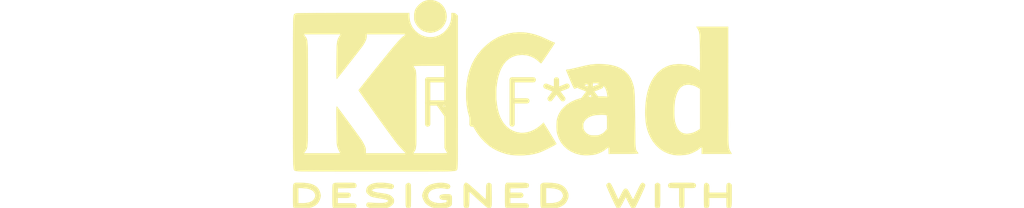
<source format=kicad_pcb>
(kicad_pcb (version 20240108) (generator pcbnew)
  (layers (0 "F.Cu" signal) (31 "B.Cu" signal) (34 "B.Paste" user) (35 "F.Paste" user) (36 "B.SilkS" user "B.Silkscreen") (37 "F.SilkS" user "F.Silkscreen") (38 "B.Mask" user) (39 "F.Mask" user) (44 "Edge.Cuts" user))
  (net 0 "")
  (footprint "KiCad-Logo2_5mm_SilkScreen" (layer "F.Cu") (at 0 0)
    (property "Reference" "REF**")
    (property "Value" "KiCad-Logo2_5mm_SilkScreen")
    (fp_poly (pts (xy 4.188614 2.275877) (xy 4.212327 2.290647) (xy 4.238978 2.312227) (xy 4.238978 2.633773) (xy 4.238893 2.72783) (xy 4.238529 2.801932) (xy 4.237724 2.858704) (xy 4.236313 2.900768) (xy 4.234133 2.930748) (xy 4.231021 2.951267) (xy 4.226814 2.964949) (xy 4.221348 2.974416) (xy 4.217472 2.979082) (xy 4.186034 2.999575) (xy 4.150233 2.998739) (xy 4.118873 2.981264) (xy 4.092222 2.959684) (xy 4.092222 2.312227) (xy 4.118873 2.290647) (xy 4.144594 2.274949) (xy 4.1656 2.269067) (xy 4.188614 2.275877)) (layer "F.SilkS") (stroke (width 0.01)) (fill solid))
    (fp_poly (pts (xy -2.923822 2.291645) (xy -2.917242 2.299218) (xy -2.912079 2.308987) (xy -2.908164 2.323571) (xy -2.905324 2.345585) (xy -2.903387 2.377648) (xy -2.902183 2.422375) (xy -2.901539 2.482385) (xy -2.901284 2.560294) (xy -2.901245 2.635956) (xy -2.901314 2.729802) (xy -2.901638 2.803689) (xy -2.902386 2.860232) (xy -2.903732 2.902049) (xy -2.905846 2.931757) (xy -2.9089 2.951973) (xy -2.913066 2.965314) (xy -2.918516 2.974398) (xy -2.923822 2.980267) (xy -2.956826 2.999947) (xy -2.991991 2.998181) (xy -3.023455 2.976717) (xy -3.030684 2.968337) (xy -3.036334 2.958614) (xy -3.040599 2.944861) (xy -3.043673 2.924389) (xy -3.045752 2.894512) (xy -3.04703 2.852541) (xy -3.047701 2.795789) (xy -3.047959 2.721567) (xy -3.048 2.637537) (xy -3.048 2.324485) (xy -3.020291 2.296776) (xy -2.986137 2.273463) (xy -2.953006 2.272623) (xy -2.923822 2.291645)) (layer "F.SilkS") (stroke (width 0.01)) (fill solid))
    (fp_poly (pts (xy -2.273043 -2.973429) (xy -2.176768 -2.949191) (xy -2.090184 -2.906359) (xy -2.015373 -2.846581) (xy -1.954418 -2.771506) (xy -1.909399 -2.68278) (xy -1.883136 -2.58647) (xy -1.877286 -2.489205) (xy -1.89214 -2.395346) (xy -1.92584 -2.307489) (xy -1.976528 -2.22823) (xy -2.042345 -2.160164) (xy -2.121434 -2.105888) (xy -2.211934 -2.067998) (xy -2.2632 -2.055574) (xy -2.307698 -2.048053) (xy -2.341999 -2.045081) (xy -2.37496 -2.046906) (xy -2.415434 -2.053775) (xy -2.448531 -2.06075) (xy -2.541947 -2.092259) (xy -2.625619 -2.143383) (xy -2.697665 -2.212571) (xy -2.7562 -2.298272) (xy -2.770148 -2.325511) (xy -2.786586 -2.361878) (xy -2.796894 -2.392418) (xy -2.80246 -2.42455) (xy -2.804669 -2.465693) (xy -2.804948 -2.511778) (xy -2.800861 -2.596135) (xy -2.787446 -2.665414) (xy -2.762256 -2.726039) (xy -2.722846 -2.784433) (xy -2.684298 -2.828698) (xy -2.612406 -2.894516) (xy -2.537313 -2.939947) (xy -2.454562 -2.96715) (xy -2.376928 -2.977424) (xy -2.273043 -2.973429)) (layer "F.SilkS") (stroke (width 0.01)) (fill solid))
    (fp_poly (pts (xy 4.963065 2.269163) (xy 5.041772 2.269542) (xy 5.102863 2.270333) (xy 5.148817 2.27167) (xy 5.182114 2.273683) (xy 5.205236 2.276506) (xy 5.220662 2.280269) (xy 5.230871 2.285105) (xy 5.235813 2.288822) (xy 5.261457 2.321358) (xy 5.264559 2.355138) (xy 5.248711 2.385826) (xy 5.238348 2.398089) (xy 5.227196 2.40645) (xy 5.211035 2.411657) (xy 5.185642 2.414457) (xy 5.146798 2.415596) (xy 5.09028 2.415821) (xy 5.07918 2.415822) (xy 4.933244 2.415822) (xy 4.933244 2.686756) (xy 4.933148 2.772154) (xy 4.932711 2.837864) (xy 4.931712 2.886774) (xy 4.929928 2.921773) (xy 4.927137 2.945749) (xy 4.923117 2.961593) (xy 4.917645 2.972191) (xy 4.910666 2.980267) (xy 4.877734 3.000112) (xy 4.843354 2.998548) (xy 4.812176 2.975906) (xy 4.809886 2.9731) (xy 4.802429 2.962492) (xy 4.796747 2.950081) (xy 4.792601 2.93285) (xy 4.78975 2.907784) (xy 4.787954 2.871867) (xy 4.786972 2.822083) (xy 4.786564 2.755417) (xy 4.786489 2.679589) (xy 4.786489 2.415822) (xy 4.647127 2.415822) (xy 4.587322 2.415418) (xy 4.545918 2.41384) (xy 4.518748 2.410547) (xy 4.501646 2.404992) (xy 4.490443 2.396631) (xy 4.489083 2.395178) (xy 4.472725 2.361939) (xy 4.474172 2.324362) (xy 4.492978 2.291645) (xy 4.50025 2.285298) (xy 4.509627 2.280266) (xy 4.523609 2.276396) (xy 4.544696 2.273537) (xy 4.575389 2.271535) (xy 4.618189 2.270239) (xy 4.675595 2.269498) (xy 4.75011 2.269158) (xy 4.844233 2.269068) (xy 4.86426 2.269067) (xy 4.963065 2.269163)) (layer "F.SilkS") (stroke (width 0.01)) (fill solid))
    (fp_poly (pts (xy 6.228823 2.274533) (xy 6.260202 2.296776) (xy 6.287911 2.324485) (xy 6.287911 2.63392) (xy 6.287838 2.725799) (xy 6.287495 2.79784) (xy 6.286692 2.85278) (xy 6.285241 2.89336) (xy 6.282952 2.922317) (xy 6.279636 2.942391) (xy 6.275105 2.956321) (xy 6.269169 2.966845) (xy 6.264514 2.9731) (xy 6.233783 2.997673) (xy 6.198496 3.000341) (xy 6.166245 2.985271) (xy 6.155588 2.976374) (xy 6.148464 2.964557) (xy 6.144167 2.945526) (xy 6.141991 2.914992) (xy 6.141228 2.868662) (xy 6.141155 2.832871) (xy 6.141155 2.698045) (xy 5.644444 2.698045) (xy 5.644444 2.8207) (xy 5.643931 2.876787) (xy 5.641876 2.915333) (xy 5.637508 2.941361) (xy 5.630056 2.959897) (xy 5.621047 2.9731) (xy 5.590144 2.997604) (xy 5.555196 3.000506) (xy 5.521738 2.983089) (xy 5.512604 2.973959) (xy 5.506152 2.961855) (xy 5.501897 2.943001) (xy 5.499352 2.91362) (xy 5.498029 2.869937) (xy 5.497443 2.808175) (xy 5.497375 2.794) (xy 5.496891 2.677631) (xy 5.496641 2.581727) (xy 5.496723 2.504177) (xy 5.497231 2.442869) (xy 5.498262 2.39569) (xy 5.499913 2.36053) (xy 5.502279 2.335276) (xy 5.505457 2.317817) (xy 5.509544 2.306041) (xy 5.514634 2.297835) (xy 5.520266 2.291645) (xy 5.552128 2.271844) (xy 5.585357 2.274533) (xy 5.616735 2.296776) (xy 5.629433 2.311126) (xy 5.637526 2.326978) (xy 5.642042 2.349554) (xy 5.644006 2.384078) (xy 5.644444 2.435776) (xy 5.644444 2.551289) (xy 6.141155 2.551289) (xy 6.141155 2.432756) (xy 6.141662 2.378148) (xy 6.143698 2.341275) (xy 6.148035 2.317307) (xy 6.155447 2.301415) (xy 6.163733 2.291645) (xy 6.195594 2.271844) (xy 6.228823 2.274533)) (layer "F.SilkS") (stroke (width 0.01)) (fill solid))
    (fp_poly (pts (xy 1.018309 2.269275) (xy 1.147288 2.273636) (xy 1.256991 2.286861) (xy 1.349226 2.309741) (xy 1.425802 2.34307) (xy 1.488527 2.387638) (xy 1.539212 2.444236) (xy 1.579663 2.513658) (xy 1.580459 2.515351) (xy 1.604601 2.577483) (xy 1.613203 2.632509) (xy 1.606231 2.687887) (xy 1.583654 2.751073) (xy 1.579372 2.760689) (xy 1.550172 2.816966) (xy 1.517356 2.860451) (xy 1.475002 2.897417) (xy 1.41719 2.934135) (xy 1.413831 2.936052) (xy 1.363504 2.960227) (xy 1.306621 2.978282) (xy 1.239527 2.990839) (xy 1.158565 2.998522) (xy 1.060082 3.001953) (xy 1.025286 3.002251) (xy 0.859594 3.002845) (xy 0.836197 2.9731) (xy 0.829257 2.963319) (xy 0.823842 2.951897) (xy 0.819765 2.936095) (xy 0.816837 2.913175) (xy 0.814867 2.880396) (xy 0.814225 2.856089) (xy 0.970844 2.856089) (xy 1.064726 2.856089) (xy 1.119664 2.854483) (xy 1.17606 2.850255) (xy 1.222345 2.844292) (xy 1.225139 2.84379) (xy 1.307348 2.821736) (xy 1.371114 2.7886) (xy 1.418452 2.742847) (xy 1.451382 2.682939) (xy 1.457108 2.667061) (xy 1.462721 2.642333) (xy 1.460291 2.617902) (xy 1.448467 2.5854) (xy 1.44134 2.569434) (xy 1.418 2.527006) (xy 1.38988 2.49724) (xy 1.35894 2.476511) (xy 1.296966 2.449537) (xy 1.217651 2.429998) (xy 1.125253 2.418746) (xy 1.058333 2.41627) (xy 0.970844 2.415822) (xy 0.970844 2.856089) (xy 0.814225 2.856089) (xy 0.813668 2.835021) (xy 0.81305 2.774311) (xy 0.812825 2.695526) (xy 0.8128 2.63392) (xy 0.8128 2.324485) (xy 0.840509 2.296776) (xy 0.852806 2.285544) (xy 0.866103 2.277853) (xy 0.884672 2.27304) (xy 0.912786 2.270446) (xy 0.954717 2.26941) (xy 1.014737 2.26927) (xy 1.018309 2.269275)) (layer "F.SilkS") (stroke (width 0.01)) (fill solid))
    (fp_poly (pts (xy -6.121371 2.269066) (xy -6.081889 2.269467) (xy -5.9662 2.272259) (xy -5.869311 2.28055) (xy -5.787919 2.295232) (xy -5.718723 2.317193) (xy -5.65842 2.347322) (xy -5.603708 2.38651) (xy -5.584167 2.403532) (xy -5.55175 2.443363) (xy -5.52252 2.497413) (xy -5.499991 2.557323) (xy -5.487679 2.614739) (xy -5.4864 2.635956) (xy -5.494417 2.694769) (xy -5.515899 2.759013) (xy -5.546999 2.819821) (xy -5.583866 2.86833) (xy -5.589854 2.874182) (xy -5.640579 2.915321) (xy -5.696125 2.947435) (xy -5.759696 2.971365) (xy -5.834494 2.987953) (xy -5.923722 2.998041) (xy -6.030582 3.002469) (xy -6.079528 3.002845) (xy -6.141762 3.002545) (xy -6.185528 3.001292) (xy -6.214931 2.998554) (xy -6.234079 2.993801) (xy -6.247077 2.986501) (xy -6.254045 2.980267) (xy -6.260626 2.972694) (xy -6.265788 2.962924) (xy -6.269703 2.94834) (xy -6.272543 2.926326) (xy -6.27448 2.894264) (xy -6.275684 2.849536) (xy -6.276328 2.789526) (xy -6.276583 2.711617) (xy -6.276622 2.635956) (xy -6.27687 2.535041) (xy -6.276817 2.454427) (xy -6.275857 2.415822) (xy -6.129867 2.415822) (xy -6.129867 2.856089) (xy -6.036734 2.856004) (xy -5.980693 2.854396) (xy -5.921999 2.850256) (xy -5.873028 2.844464) (xy -5.871538 2.844226) (xy -5.792392 2.82509) (xy -5.731002 2.795287) (xy -5.684305 2.752878) (xy -5.654635 2.706961) (xy -5.636353 2.656026) (xy -5.637771 2.6082) (xy -5.658988 2.556933) (xy -5.700489 2.503899) (xy -5.757998 2.4646) (xy -5.83275 2.438331) (xy -5.882708 2.429035) (xy -5.939416 2.422507) (xy -5.999519 2.417782) (xy -6.050639 2.415817) (xy -6.053667 2.415808) (xy -6.129867 2.415822) (xy -6.275857 2.415822) (xy -6.27526 2.391851) (xy -6.270998 2.345055) (xy -6.26283 2.311778) (xy -6.249556 2.289759) (xy -6.229974 2.276739) (xy -6.202883 2.270457) (xy -6.167082 2.268653) (xy -6.121371 2.269066)) (layer "F.SilkS") (stroke (width 0.01)) (fill solid))
    (fp_poly (pts (xy -1.300114 2.273448) (xy -1.276548 2.287273) (xy -1.245735 2.309881) (xy -1.206078 2.342338) (xy -1.15598 2.385708) (xy -1.093843 2.441058) (xy -1.018072 2.509451) (xy -0.931334 2.588084) (xy -0.750711 2.751878) (xy -0.745067 2.532029) (xy -0.743029 2.456351) (xy -0.741063 2.399994) (xy -0.738734 2.359706) (xy -0.735606 2.332235) (xy -0.731245 2.314329) (xy -0.725216 2.302737) (xy -0.717084 2.294208) (xy -0.712772 2.290623) (xy -0.678241 2.27167) (xy -0.645383 2.274441) (xy -0.619318 2.290633) (xy -0.592667 2.312199) (xy -0.589352 2.627151) (xy -0.588435 2.719779) (xy -0.587968 2.792544) (xy -0.588113 2.848161) (xy -0.589032 2.889342) (xy -0.590887 2.918803) (xy -0.593839 2.939255) (xy -0.59805 2.953413) (xy -0.603682 2.963991) (xy -0.609927 2.972474) (xy -0.623439 2.988207) (xy -0.636883 2.998636) (xy -0.652124 3.002639) (xy -0.671026 2.999094) (xy -0.695455 2.986879) (xy -0.727273 2.964871) (xy -0.768348 2.931949) (xy -0.820542 2.886991) (xy -0.885722 2.828875) (xy -0.959556 2.762099) (xy -1.224845 2.521458) (xy -1.230489 2.740589) (xy -1.232531 2.816128) (xy -1.234502 2.872354) (xy -1.236839 2.912524) (xy -1.239981 2.939896) (xy -1.244364 2.957728) (xy -1.250424 2.969279) (xy -1.2586 2.977807) (xy -1.262784 2.981282) (xy -1.299765 3.000372) (xy -1.334708 2.997493) (xy -1.365136 2.9731) (xy -1.372097 2.963286) (xy -1.377523 2.951826) (xy -1.381603 2.935968) (xy -1.384529 2.912963) (xy -1.386492 2.880062) (xy -1.387683 2.834516) (xy -1.388292 2.773573) (xy -1.388511 2.694486) (xy -1.388534 2.635956) (xy -1.38846 2.544407) (xy -1.388113 2.472687) (xy -1.387301 2.418045) (xy -1.385833 2.377732) (xy -1.383519 2.348998) (xy -1.380167 2.329093) (xy -1.375588 2.315268) (xy -1.369589 2.304772) (xy -1.365136 2.298811) (xy -1.35385 2.284691) (xy -1.343301 2.274029) (xy -1.331893 2.267892) (xy -1.31803 2.267343) (xy -1.300114 2.273448)) (layer "F.SilkS") (stroke (width 0.01)) (fill solid))
    (fp_poly (pts (xy -1.950081 2.274599) (xy -1.881565 2.286095) (xy -1.828943 2.303967) (xy -1.794708 2.327499) (xy -1.785379 2.340924) (xy -1.775893 2.372148) (xy -1.782277 2.400395) (xy -1.80243 2.427182) (xy -1.833745 2.439713) (xy -1.879183 2.438696) (xy -1.914326 2.431906) (xy -1.992419 2.418971) (xy -2.072226 2.417742) (xy -2.161555 2.428241) (xy -2.186229 2.43269) (xy -2.269291 2.456108) (xy -2.334273 2.490945) (xy -2.380461 2.536604) (xy -2.407145 2.592494) (xy -2.412663 2.621388) (xy -2.409051 2.680012) (xy -2.385729 2.731879) (xy -2.344824 2.775978) (xy -2.288459 2.811299) (xy -2.21876 2.836829) (xy -2.137852 2.851559) (xy -2.04786 2.854478) (xy -1.95091 2.844575) (xy -1.945436 2.843641) (xy -1.906875 2.836459) (xy -1.885494 2.829521) (xy -1.876227 2.819227) (xy -1.874006 2.801976) (xy -1.873956 2.792841) (xy -1.873956 2.754489) (xy -1.942431 2.754489) (xy -2.0029 2.750347) (xy -2.044165 2.737147) (xy -2.068175 2.71373) (xy -2.076877 2.678936) (xy -2.076983 2.674394) (xy -2.071892 2.644654) (xy -2.054433 2.623419) (xy -2.021939 2.609366) (xy -1.971743 2.601173) (xy -1.923123 2.598161) (xy -1.852456 2.596433) (xy -1.801198 2.59907) (xy -1.766239 2.6088) (xy -1.74447 2.628353) (xy -1.73278 2.660456) (xy -1.72806 2.707838) (xy -1.7272 2.770071) (xy -1.728609 2.839535) (xy -1.732848 2.886786) (xy -1.739936 2.912012) (xy -1.741311 2.913988) (xy -1.780228 2.945508) (xy -1.837286 2.97047) (xy -1.908869 2.98834) (xy -1.991358 2.998586) (xy -2.081139 3.000673) (xy -2.174592 2.994068) (xy -2.229556 2.985956) (xy -2.315766 2.961554) (xy -2.395892 2.921662) (xy -2.462977 2.869887) (xy -2.473173 2.859539) (xy -2.506302 2.816035) (xy -2.536194 2.762118) (xy -2.559357 2.705592) (xy -2.572298 2.654259) (xy -2.573858 2.634544) (xy -2.567218 2.593419) (xy -2.549568 2.542252) (xy -2.524297 2.488394) (xy -2.494789 2.439195) (xy -2.468719 2.406334) (xy -2.407765 2.357452) (xy -2.328969 2.318545) (xy -2.235157 2.290494) (xy -2.12915 2.274179) (xy -2.032 2.270192) (xy -1.950081 2.274599)) (layer "F.SilkS") (stroke (width 0.01)) (fill solid))
    (fp_poly (pts (xy 0.230343 2.26926) (xy 0.306701 2.270174) (xy 0.365217 2.272311) (xy 0.408255 2.276175) (xy 0.438183 2.282267) (xy 0.457368 2.29109) (xy 0.468176 2.303146) (xy 0.472973 2.318939) (xy 0.474127 2.33897) (xy 0.474133 2.341335) (xy 0.473131 2.363992) (xy 0.468396 2.381503) (xy 0.457333 2.394574) (xy 0.437348 2.403913) (xy 0.405846 2.410227) (xy 0.360232 2.414222) (xy 0.297913 2.416606) (xy 0.216293 2.418086) (xy 0.191277 2.418414) (xy -0.0508 2.421467) (xy -0.054186 2.486378) (xy -0.057571 2.551289) (xy 0.110576 2.551289) (xy 0.176266 2.551531) (xy 0.223172 2.552556) (xy 0.255083 2.554811) (xy 0.275791 2.558742) (xy 0.289084 2.564798) (xy 0.298755 2.573424) (xy 0.298817 2.573493) (xy 0.316356 2.607112) (xy 0.315722 2.643448) (xy 0.297314 2.674423) (xy 0.293671 2.677607) (xy 0.280741 2.685812) (xy 0.263024 2.691521) (xy 0.23657 2.695162) (xy 0.197432 2.697167) (xy 0.141662 2.697964) (xy 0.105994 2.698045) (xy -0.056445 2.698045) (xy -0.056445 2.856089) (xy 0.190161 2.856089) (xy 0.27158 2.856231) (xy 0.33341 2.856814) (xy 0.378637 2.858068) (xy 0.410248 2.860227) (xy 0.431231 2.863523) (xy 0.444573 2.868189) (xy 0.453261 2.874457) (xy 0.45545 2.876733) (xy 0.471614 2.90828) (xy 0.472797 2.944168) (xy 0.459536 2.975285) (xy 0.449043 2.985271) (xy 0.438129 2.990769) (xy 0.421217 2.995022) (xy 0.395633 2.99818) (xy 0.358701 3.000392) (xy 0.307746 3.001806) (xy 0.240094 3.002572) (xy 0.153069 3.002838) (xy 0.133394 3.002845) (xy 0.044911 3.002787) (xy -0.023773 3.002467) (xy -0.075436 3.001667) (xy -0.112855 3.000167) (xy -0.13881 2.997749) (xy -0.156078 2.994194) (xy -0.167438 2.989282) (xy -0.175668 2.982795) (xy -0.180183 2.978138) (xy -0.186979 2.969889) (xy -0.192288 2.959669) (xy -0.196294 2.9448) (xy -0.199179 2.922602) (xy -0.201126 2.890393) (xy -0.202319 2.845496) (xy -0.202939 2.785228) (xy -0.203171 2.706911) (xy -0.2032 2.640994) (xy -0.203129 2.548628) (xy -0.202792 2.476117) (xy -0.202002 2.420737) (xy -0.200574 2.379765) (xy -0.198321 2.350478) (xy -0.195057 2.330153) (xy -0.190596 2.316066) (xy -0.184752 2.305495) (xy -0.179803 2.298811) (xy -0.156406 2.269067) (xy 0.133774 2.269067) (xy 0.230343 2.26926)) (layer "F.SilkS") (stroke (width 0.01)) (fill solid))
    (fp_poly (pts (xy -4.712794 2.269146) (xy -4.643386 2.269518) (xy -4.590997 2.270385) (xy -4.552847 2.271946) (xy -4.526159 2.274403) (xy -4.508153 2.277957) (xy -4.496049 2.28281) (xy -4.487069 2.289161) (xy -4.483818 2.292084) (xy -4.464043 2.323142) (xy -4.460482 2.358828) (xy -4.473491 2.39051) (xy -4.479506 2.396913) (xy -4.489235 2.403121) (xy -4.504901 2.40791) (xy -4.529408 2.411514) (xy -4.565661 2.414164) (xy -4.616565 2.416095) (xy -4.685026 2.417539) (xy -4.747617 2.418418) (xy -4.995334 2.421467) (xy -4.998719 2.486378) (xy -5.002105 2.551289) (xy -4.833958 2.551289) (xy -4.760959 2.551919) (xy -4.707517 2.554553) (xy -4.670628 2.560309) (xy -4.647288 2.570304) (xy -4.634494 2.585656) (xy -4.629242 2.607482) (xy -4.628445 2.627738) (xy -4.630923 2.652592) (xy -4.640277 2.670906) (xy -4.659383 2.683637) (xy -4.691118 2.691741) (xy -4.738359 2.696176) (xy -4.803983 2.697899) (xy -4.839801 2.698045) (xy -5.000978 2.698045) (xy -5.000978 2.856089) (xy -4.752622 2.856089) (xy -4.671213 2.856202) (xy -4.609342 2.856712) (xy -4.563968 2.85787) (xy -4.532054 2.85993) (xy -4.510559 2.863146) (xy -4.496443 2.867772) (xy -4.486668 2.874059) (xy -4.481689 2.878667) (xy -4.46461 2.90556) (xy -4.459111 2.929467) (xy -4.466963 2.958667) (xy -4.481689 2.980267) (xy -4.489546 2.987066) (xy -4.499688 2.992346) (xy -4.514844 2.996298) (xy -4.537741 2.999113) (xy -4.571109 3.000982) (xy -4.617675 3.002098) (xy -4.680167 3.002651) (xy -4.761314 3.002833) (xy -4.803422 3.002845) (xy -4.893598 3.002765) (xy -4.963924 3.002398) (xy -5.017129 3.001552) (xy -5.05594 3.000036) (xy -5.083087 2.997659) (xy -5.101298 2.994229) (xy -5.1133 2.989554) (xy -5.121822 2.983444) (xy -5.125156 2.980267) (xy -5.131755 2.97267) (xy -5.136927 2.96287) (xy -5.140846 2.948239) (xy -5.143684 2.926152) (xy -5.145615 2.893982) (xy -5.146812 2.849103) (xy -5.147448 2.788889) (xy -5.147697 2.710713) (xy -5.147734 2.637923) (xy -5.1477 2.544707) (xy -5.147465 2.471431) (xy -5.14683 2.415458) (xy -5.145594 2.374151) (xy -5.143556 2.344872) (xy -5.140517 2.324984) (xy -5.136277 2.31185) (xy -5.130635 2.302832) (xy -5.123391 2.295293) (xy -5.121606 2.293612) (xy -5.112945 2.286172) (xy -5.102882 2.280409) (xy -5.088625 2.276112) (xy -5.067383 2.273064) (xy -5.036364 2.271051) (xy -4.992777 2.26986) (xy -4.933831 2.269275) (xy -4.856734 2.269083) (xy -4.802001 2.269067) (xy -4.712794 2.269146)) (layer "F.SilkS") (stroke (width 0.01)) (fill solid))
    (fp_poly (pts (xy 3.744665 2.271034) (xy 3.764255 2.278035) (xy 3.76501 2.278377) (xy 3.791613 2.298678) (xy 3.80627 2.319561) (xy 3.809138 2.329352) (xy 3.808996 2.342361) (xy 3.804961 2.360895) (xy 3.796146 2.387257) (xy 3.781669 2.423752) (xy 3.760645 2.472687) (xy 3.732188 2.536365) (xy 3.695415 2.617093) (xy 3.675175 2.661216) (xy 3.638625 2.739985) (xy 3.604315 2.812423) (xy 3.573552 2.87588) (xy 3.547648 2.927708) (xy 3.52791 2.965259) (xy 3.51565 2.985884) (xy 3.513224 2.988733) (xy 3.482183 3.001302) (xy 3.447121 2.999619) (xy 3.419 2.984332) (xy 3.417854 2.983089) (xy 3.406668 2.966154) (xy 3.387904 2.93317) (xy 3.363875 2.88838) (xy 3.336897 2.836032) (xy 3.327201 2.816742) (xy 3.254014 2.67015) (xy 3.17424 2.829393) (xy 3.145767 2.884415) (xy 3.11935 2.932132) (xy 3.097148 2.968893) (xy 3.081319 2.991044) (xy 3.075954 2.995741) (xy 3.034257 3.002102) (xy 2.999849 2.988733) (xy 2.989728 2.974446) (xy 2.972214 2.942692) (xy 2.948735 2.896597) (xy 2.92072 2.839285) (xy 2.889599 2.77388) (xy 2.856799 2.703507) (xy 2.82375 2.631291) (xy 2.791881 2.560355) (xy 2.762619 2.493825) (xy 2.737395 2.434826) (xy 2.717636 2.386481) (xy 2.704772 2.351915) (xy 2.700231 2.334253) (xy 2.700277 2.333613) (xy 2.711326 2.311388) (xy 2.73341 2.288753) (xy 2.73471 2.287768) (xy 2.761853 2.272425) (xy 2.786958 2.272574) (xy 2.796368 2.275466) (xy 2.807834 2.281718) (xy 2.82001 2.294014) (xy 2.834357 2.314908) (xy 2.852336 2.346949) (xy 2.875407 2.392688) (xy 2.90503 2.454677) (xy 2.931745 2.511898) (xy 2.96248 2.578226) (xy 2.990021 2.637874) (xy 3.012938 2.687725) (xy 3.029798 2.724664) (xy 3.039173 2.745573) (xy 3.04054 2.748845) (xy 3.046689 2.743497) (xy 3.060822 2.721109) (xy 3.081057 2.684946) (xy 3.105515 2.638277) (xy 3.115248 2.619022) (xy 3.148217 2.554004) (xy 3.173643 2.506654) (xy 3.193612 2.474219) (xy 3.21021 2.453946) (xy 3.225524 2.443082) (xy 3.24164 2.438875) (xy 3.252143 2.4384) (xy 3.27067 2.440042) (xy 3.286904 2.446831) (xy 3.303035 2.461566) (xy 3.321251 2.487044) (xy 3.343739 2.526061) (xy 3.372689 2.581414) (xy 3.388662 2.612903) (xy 3.41457 2.663087) (xy 3.437167 2.704704) (xy 3.454458 2.734242) (xy 3.46445 2.748189) (xy 3.465809 2.74877) (xy 3.472261 2.737793) (xy 3.486708 2.70929) (xy 3.507703 2.666244) (xy 3.533797 2.611638) (xy 3.563546 2.548454) (xy 3.57818 2.517071) (xy 3.61625 2.436078) (xy 3.646905 2.373756) (xy 3.671737 2.328071) (xy 3.692337 2.296989) (xy 3.710298 2.278478) (xy 3.72721 2.270504) (xy 3.744665 2.271034)) (layer "F.SilkS") (stroke (width 0.01)) (fill solid))
    (fp_poly (pts (xy -3.691703 2.270351) (xy -3.616888 2.275581) (xy -3.547306 2.28375) (xy -3.487002 2.29455) (xy -3.44002 2.307673) (xy -3.410406 2.322813) (xy -3.40586 2.327269) (xy -3.390054 2.36185) (xy -3.394847 2.397351) (xy -3.419364 2.427725) (xy -3.420534 2.428596) (xy -3.434954 2.437954) (xy -3.450008 2.442876) (xy -3.471005 2.443473) (xy -3.503257 2.439861) (xy -3.552073 2.432154) (xy -3.556 2.431505) (xy -3.628739 2.422569) (xy -3.707217 2.418161) (xy -3.785927 2.418119) (xy -3.859361 2.422279) (xy -3.922011 2.430479) (xy -3.96837 2.442557) (xy -3.971416 2.443771) (xy -4.005048 2.462615) (xy -4.016864 2.481685) (xy -4.007614 2.500439) (xy -3.978047 2.518337) (xy -3.928911 2.534837) (xy -3.860957 2.549396) (xy -3.815645 2.556406) (xy -3.721456 2.569889) (xy -3.646544 2.582214) (xy -3.587717 2.594449) (xy -3.541785 2.607661) (xy -3.505555 2.622917) (xy -3.475838 2.641285) (xy -3.449442 2.663831) (xy -3.42823 2.685971) (xy -3.403065 2.716819) (xy -3.390681 2.743345) (xy -3.386808 2.776026) (xy -3.386667 2.787995) (xy -3.389576 2.827712) (xy -3.401202 2.857259) (xy -3.421323 2.883486) (xy -3.462216 2.923576) (xy -3.507817 2.954149) (xy -3.561513 2.976203) (xy -3.626692 2.990735) (xy -3.706744 2.998741) (xy -3.805057 3.001218) (xy -3.821289 3.001177) (xy -3.886849 2.999818) (xy -3.951866 2.99673) (xy -4.009252 2.992356) (xy -4.051922 2.98714) (xy -4.055372 2.986541) (xy -4.097796 2.976491) (xy -4.13378 2.963796) (xy -4.15415 2.95219) (xy -4.173107 2.921572) (xy -4.174427 2.885918) (xy -4.158085 2.854144) (xy -4.154429 2.850551) (xy -4.139315 2.839876) (xy -4.120415 2.835276) (xy -4.091162 2.836059) (xy -4.055651 2.840127) (xy -4.01597 2.843762) (xy -3.960345 2.846828) (xy -3.895406 2.849053) (xy -3.827785 2.850164) (xy -3.81 2.850237) (xy -3.742128 2.849964) (xy -3.692454 2.848646) (xy -3.65661 2.845827) (xy -3.630224 2.84105) (xy -3.608926 2.833857) (xy -3.596126 2.827867) (xy -3.568 2.811233) (xy -3.550068 2.796168) (xy -3.547447 2.791897) (xy -3.552976 2.774263) (xy -3.57926 2.757192) (xy -3.624478 2.741458) (xy -3.686808 2.727838) (xy -3.705171 2.724804) (xy -3.80109 2.709738) (xy -3.877641 2.697146) (xy -3.93778 2.686111) (xy -3.98446 2.67572) (xy -4.020637 2.665056) (xy -4.049265 2.653205) (xy -4.073298 2.639251) (xy -4.095692 2.622281) (xy -4.119402 2.601378) (xy -4.12738 2.594049) (xy -4.155353 2.566699) (xy -4.17016 2.545029) (xy -4.175952 2.520232) (xy -4.176889 2.488983) (xy -4.166575 2.427705) (xy -4.135752 2.37564) (xy -4.084595 2.332958) (xy -4.013283 2.299825) (xy -3.9624 2.284964) (xy -3.9071 2.275366) (xy -3.840853 2.269936) (xy -3.767706 2.268367) (xy -3.691703 2.270351)) (layer "F.SilkS") (stroke (width 0.01)) (fill solid))
    (fp_poly (pts (xy 0.328429 -2.050929) (xy 0.48857 -2.029755) (xy 0.65251 -1.989615) (xy 0.822313 -1.930111) (xy 1.000043 -1.850846) (xy 1.01131 -1.845301) (xy 1.069005 -1.817275) (xy 1.120552 -1.793198) (xy 1.162191 -1.774751) (xy 1.190162 -1.763614) (xy 1.199733 -1.761067) (xy 1.21895 -1.756059) (xy 1.223561 -1.751853) (xy 1.218458 -1.74142) (xy 1.202418 -1.715132) (xy 1.177288 -1.675743) (xy 1.144914 -1.626009) (xy 1.107143 -1.568685) (xy 1.065822 -1.506524) (xy 1.022798 -1.442282) (xy 0.979917 -1.378715) (xy 0.939026 -1.318575) (xy 0.901971 -1.26462) (xy 0.8706 -1.219603) (xy 0.846759 -1.186279) (xy 0.832294 -1.167403) (xy 0.830309 -1.165213) (xy 0.820191 -1.169862) (xy 0.79785 -1.187038) (xy 0.76728 -1.21356) (xy 0.751536 -1.228036) (xy 0.655047 -1.303318) (xy 0.548336 -1.358759) (xy 0.432832 -1.393859) (xy 0.309962 -1.40812) (xy 0.240561 -1.406949) (xy 0.119423 -1.389788) (xy 0.010205 -1.353906) (xy -0.087418 -1.299041) (xy -0.173772 -1.22493) (xy -0.249185 -1.131312) (xy -0.313982 -1.017924) (xy -0.351399 -0.931333) (xy -0.395252 -0.795634) (xy -0.427572 -0.64815) (xy -0.448443 -0.492686) (xy -0.457949 -0.333044) (xy -0.456173 -0.173027) (xy -0.443197 -0.016439) (xy -0.419106 0.132918) (xy -0.383982 0.27124) (xy -0.337908 0.394724) (xy -0.321627 0.428978) (xy -0.25338 0.543064) (xy -0.172921 0.639557) (xy -0.08143 0.71767) (xy 0.019911 0.776617) (xy 0.12992 0.815612) (xy 0.247415 0.833868) (xy 0.288883 0.835211) (xy 0.410441 0.82429) (xy 0.530878 0.791474) (xy 0.648666 0.737439) (xy 0.762277 0.662865) (xy 0.853685 0.584539) (xy 0.900215 0.540008) (xy 1.081483 0.837271) (xy 1.12658 0.911433) (xy 1.167819 0.979646) (xy 1.203735 1.039459) (xy 1.232866 1.08842) (xy 1.25375 1.124079) (xy 1.264924 1.143984) (xy 1.266375 1.147079) (xy 1.258146 1.156718) (xy 1.232567 1.173999) (xy 1.192873 1.197283) (xy 1.142297 1.224934) (xy 1.084074 1.255315) (xy 1.021437 1.28679) (xy 0.957621 1.317722) (xy 0.89586 1.346473) (xy 0.839388 1.371408) (xy 0.791438 1.390889) (xy 0.767986 1.399318) (xy 0.634221 1.437133) (xy 0.496327 1.462136) (xy 0.348622 1.47514) (xy 0.221833 1.477468) (xy 0.153878 1.476373) (xy 0.088277 1.474275) (xy 0.030847 1.471434) (xy -0.012597 1.468106) (xy -0.026702 1.466422) (xy -0.165716 1.437587) (xy -0.307243 1.392468) (xy -0.444725 1.33375) (xy -0.571606 1.26412) (xy -0.649111 1.211441) (xy -0.776519 1.103239) (xy -0.894822 0.976671) (xy -1.001828 0.834866) (xy -1.095348 0.680951) (xy -1.17319 0.518053) (xy -1.217044 0.400756) (xy -1.267292 0.217128) (xy -1.300791 0.022581) (xy -1.317551 -0.178675) (xy -1.317584 -0.382432) (xy -1.300899 -0.584479) (xy -1.267507 -0.780608) (xy -1.21742 -0.966609) (xy -1.213603 -0.978197) (xy -1.150719 -1.14025) (xy -1.073972 -1.288168) (xy -0.980758 -1.426135) (xy -0.868473 -1.558339) (xy -0.824608 -1.603601) (xy -0.688466 -1.727543) (xy -0.548509 -1.830085) (xy -0.402589 -1.912344) (xy -0.248558 -1.975436) (xy -0.084268 -2.020477) (xy 0.011289 -2.037967) (xy 0.170023 -2.053534) (xy 0.328429 -2.050929)) (layer "F.SilkS") (stroke (width 0.01)) (fill solid))
    (fp_poly (pts (xy 6.186507 -0.527755) (xy 6.186526 -0.293338) (xy 6.186552 -0.080397) (xy 6.186625 0.112168) (xy 6.186782 0.285459) (xy 6.187064 0.440576) (xy 6.187509 0.57862) (xy 6.188156 0.700692) (xy 6.189045 0.807894) (xy 6.190213 0.901326) (xy 6.191701 0.98209) (xy 6.193546 1.051286) (xy 6.195789 1.110015) (xy 6.198469 1.159379) (xy 6.201623 1.200478) (xy 6.205292 1.234413) (xy 6.209513 1.262286) (xy 6.214327 1.285198) (xy 6.219773 1.304249) (xy 6.225888 1.32054) (xy 6.232712 1.335173) (xy 6.240285 1.349249) (xy 6.248645 1.363868) (xy 6.253839 1.372974) (xy 6.288104 1.433689) (xy 5.429955 1.433689) (xy 5.429955 1.337733) (xy 5.429224 1.29437) (xy 5.427272 1.261205) (xy 5.424463 1.243424) (xy 5.423221 1.241778) (xy 5.411799 1.248662) (xy 5.389084 1.266505) (xy 5.366385 1.285879) (xy 5.3118 1.326614) (xy 5.242321 1.367617) (xy 5.16527 1.405123) (xy 5.087965 1.435364) (xy 5.057113 1.445012) (xy 4.988616 1.459578) (xy 4.905764 1.469539) (xy 4.816371 1.474583) (xy 4.728248 1.474396) (xy 4.649207 1.468666) (xy 4.611511 1.462858) (xy 4.473414 1.424797) (xy 4.346113 1.367073) (xy 4.230292 1.290211) (xy 4.126637 1.194739) (xy 4.035833 1.081179) (xy 3.969031 0.970381) (xy 3.914164 0.853625) (xy 3.872163 0.734276) (xy 3.842167 0.608283) (xy 3.823311 0.471594) (xy 3.814732 0.320158) (xy 3.814006 0.242711) (xy 3.8161 0.185934) (xy 4.645217 0.185934) (xy 4.645424 0.279002) (xy 4.648337 0.366692) (xy 4.654 0.443772) (xy 4.662455 0.505009) (xy 4.665038 0.51735) (xy 4.69684 0.624633) (xy 4.738498 0.711658) (xy 4.790363 0.778642) (xy 4.852781 0.825805) (xy 4.9261 0.853365) (xy 5.010669 0.861541) (xy 5.106835 0.850551) (xy 5.170311 0.834829) (xy 5.219454 0.816639) (xy 5.273583 0.790791) (xy 5.314244 0.767089) (xy 5.3848 0.720721) (xy 5.3848 -0.42947) (xy 5.317392 -0.473038) (xy 5.238867 -0.51396) (xy 5.154681 -0.540611) (xy 5.069557 -0.552535) (xy 4.988216 -0.549278) (xy 4.91538 -0.530385) (xy 4.883426 -0.514816) (xy 4.825501 -0.471819) (xy 4.776544 -0.415047) (xy 4.73539 -0.342425) (xy 4.700874 -0.251879) (xy 4.671833 -0.141334) (xy 4.670552 -0.135467) (xy 4.660381 -0.073212) (xy 4.652739 0.004594) (xy 4.64767 0.09272) (xy 4.645217 0.185934) (xy 3.8161 0.185934) (xy 3.821857 0.029895) (xy 3.843802 -0.165941) (xy 3.879786 -0.344668) (xy 3.929759 -0.506155) (xy 3.993668 -0.650274) (xy 4.071462 -0.776894) (xy 4.163089 -0.885885) (xy 4.268497 -0.977117) (xy 4.313662 -1.008068) (xy 4.414611 -1.064215) (xy 4.517901 -1.103826) (xy 4.627989 -1.127986) (xy 4.74933 -1.137781) (xy 4.841836 -1.136735) (xy 4.97149 -1.125769) (xy 5.084084 -1.103954) (xy 5.182875 -1.070286) (xy 5.271121 -1.023764) (xy 5.319986 -0.989552) (xy 5.349353 -0.967638) (xy 5.371043 -0.952667) (xy 5.379253 -0.948267) (xy 5.380868 -0.959096) (xy 5.382159 -0.989749) (xy 5.383138 -1.037474) (xy 5.383817 -1.099521) (xy 5.38421 -1.173138) (xy 5.38433 -1.255573) (xy 5.384188 -1.344075) (xy 5.383797 -1.435893) (xy 5.383171 -1.528276) (xy 5.38232 -1.618472) (xy 5.38126 -1.703729) (xy 5.380001 -1.781297) (xy 5.378556 -1.848424) (xy 5.376938 -1.902359) (xy 5.375161 -1.94035) (xy 5.374669 -1.947333) (xy 5.367092 -2.017749) (xy 5.355531 -2.072898) (xy 5.337792 -2.120019) (xy 5.311682 -2.166353) (xy 5.305415 -2.175933) (xy 5.280983 -2.212622) (xy 6.186311 -2.212622) (xy 6.186507 -0.527755)) (layer "F.SilkS") (stroke (width 0.01)) (fill solid))
    (fp_poly (pts (xy 2.673574 -1.133448) (xy 2.825492 -1.113433) (xy 2.960756 -1.079798) (xy 3.080239 -1.032275) (xy 3.184815 -0.970595) (xy 3.262424 -0.907035) (xy 3.331265 -0.832901) (xy 3.385006 -0.753129) (xy 3.42791 -0.660909) (xy 3.443384 -0.617839) (xy 3.456244 -0.578858) (xy 3.467446 -0.542711) (xy 3.47712 -0.507566) (xy 3.485396 -0.47159) (xy 3.492403 -0.43295) (xy 3.498272 -0.389815) (xy 3.503131 -0.340351) (xy 3.50711 -0.282727) (xy 3.51034 -0.215109) (xy 3.512949 -0.135666) (xy 3.515067 -0.042564) (xy 3.516824 0.066027) (xy 3.518349 0.191942) (xy 3.519772 0.337012) (xy 3.521025 0.479778) (xy 3.522351 0.635968) (xy 3.523556 0.771239) (xy 3.524766 0.887246) (xy 3.526106 0.985645) (xy 3.5277 1.068093) (xy 3.529675 1.136246) (xy 3.532156 1.19176) (xy 3.535269 1.236292) (xy 3.539138 1.271498) (xy 3.543889 1.299034) (xy 3.549648 1.320556) (xy 3.556539 1.337722) (xy 3.564689 1.352186) (xy 3.574223 1.365606) (xy 3.585266 1.379638) (xy 3.589566 1.385071) (xy 3.605386 1.40791) (xy 3.612422 1.423463) (xy 3.612444 1.423922) (xy 3.601567 1.426121) (xy 3.570582 1.428147) (xy 3.521957 1.429942) (xy 3.458163 1.431451) (xy 3.381669 1.432616) (xy 3.294944 1.43338) (xy 3.200457 1.433686) (xy 3.18955 1.433689) (xy 2.766657 1.433689) (xy 2.763395 1.337622) (xy 2.760133 1.241556) (xy 2.698044 1.292543) (xy 2.600714 1.360057) (xy 2.490813 1.414749) (xy 2.404349 1.444978) (xy 2.335278 1.459666) (xy 2.251925 1.469659) (xy 2.162159 1.474646) (xy 2.073845 1.474313) (xy 1.994851 1.468351) (xy 1.958622 1.462638) (xy 1.818603 1.424776) (xy 1.692178 1.369932) (xy 1.58026 1.298924) (xy 1.483762 1.212568) (xy 1.4036 1.111679) (xy 1.340687 0.997076) (xy 1.296312 0.870984) (xy 1.283978 0.814401) (xy 1.276368 0.752202) (xy 1.272739 0.677363) (xy 1.272245 0.643467) (xy 1.27231 0.640282) (xy 2.032248 0.640282) (xy 2.041541 0.715333) (xy 2.069728 0.77916) (xy 2.118197 0.834798) (xy 2.123254 0.839211) (xy 2.171548 0.874037) (xy 2.223257 0.89662) (xy 2.283989 0.90854) (xy 2.359352 0.911383) (xy 2.377459 0.910978) (xy 2.431278 0.908325) (xy 2.471308 0.902909) (xy 2.506324 0.892745) (xy 2.545103 0.87585) (xy 2.555745 0.870672) (xy 2.616396 0.834844) (xy 2.663215 0.792212) (xy 2.675952 0.776973) (xy 2.720622 0.720462) (xy 2.720622 0.524586) (xy 2.720086 0.445939) (xy 2.718396 0.387988) (xy 2.715428 0.348875) (xy 2.711057 0.326741) (xy 2.706972 0.320274) (xy 2.691047 0.317111) (xy 2.657264 0.314488) (xy 2.61034 0.312655) (xy 2.554993 0.311857) (xy 2.546106 0.311842) (xy 2.42533 0.317096) (xy 2.32266 0.333263) (xy 2.236106 0.360961) (xy 2.163681 0.400808) (xy 2.108751 0.447758) (xy 2.064204 0.505645) (xy 2.03948 0.568693) (xy 2.032248 0.640282) (xy 1.27231 0.640282) (xy 1.274178 0.549712) (xy 1.282522 0.470812) (xy 1.298768 0.39959) (xy 1.324405 0.328864) (xy 1.348401 0.276493) (xy 1.40702 0.181196) (xy 1.485117 0.09317) (xy 1.580315 0.014017) (xy 1.690238 -0.05466) (xy 1.81251 -0.111259) (xy 1.944755 -0.154179) (xy 2.009422 -0.169118) (xy 2.145604 -0.191223) (xy 2.294049 -0.205806) (xy 2.445505 -0.212187) (xy 2.572064 -0.210555) (xy 2.73395 -0.203776) (xy 2.72653 -0.262755) (xy 2.707238 -0.361908) (xy 2.676104 -0.442628) (xy 2.632269 -0.505534) (xy 2.574871 -0.551244) (xy 2.503048 -0.580378) (xy 2.415941 -0.593553) (xy 2.312686 -0.591389) (xy 2.274711 -0.587388) (xy 2.13352 -0.56222) (xy 1.996707 -0.521186) (xy 1.902178 -0.483185) (xy 1.857018 -0.46381) (xy 1.818585 -0.44824) (xy 1.792234 -0.438595) (xy 1.784546 -0.436548) (xy 1.774802 -0.445626) (xy 1.758083 -0.474595) (xy 1.734232 -0.523783) (xy 1.703093 -0.593516) (xy 1.664507 -0.684121) (xy 1.65791 -0.699911) (xy 1.627853 -0.772228) (xy 1.600874 -0.837575) (xy 1.578136 -0.893094) (xy 1.560806 -0.935928) (xy 1.550048 -0.963219) (xy 1.546941 -0.972058) (xy 1.55694 -0.976813) (xy 1.583217 -0.98209) (xy 1.611489 -0.985769) (xy 1.641646 -0.990526) (xy 1.689433 -0.999972) (xy 1.750612 -1.01318) (xy 1.820946 -1.029224) (xy 1.896194 -1.04718) (xy 1.924755 -1.054203) (xy 2.029816 -1.079791) (xy 2.11748 -1.099853) (xy 2.192068 -1.115031) (xy 2.257903 -1.125965) (xy 2.319307 -1.133296) (xy 2.380602 -1.137665) (xy 2.44611 -1.139713) (xy 2.504128 -1.140111) (xy 2.673574 -1.133448)) (layer "F.SilkS") (stroke (width 0.01)) (fill solid))
    (fp_poly (pts (xy -2.9464 -2.510946) (xy -2.935535 -2.397007) (xy -2.903918 -2.289384) (xy -2.853015 -2.190385) (xy -2.784293 -2.102316) (xy -2.699219 -2.027484) (xy -2.602232 -1.969616) (xy -2.495964 -1.929995) (xy -2.38895 -1.911427) (xy -2.2833 -1.912566) (xy -2.181125 -1.93207) (xy -2.084534 -1.968594) (xy -1.995638 -2.020795) (xy -1.916546 -2.087327) (xy -1.849369 -2.166848) (xy -1.796217 -2.258013) (xy -1.759199 -2.359477) (xy -1.740427 -2.469898) (xy -1.738489 -2.519794) (xy -1.738489 -2.607733) (xy -1.68656 -2.607733) (xy -1.650253 -2.604889) (xy -1.623355 -2.593089) (xy -1.596249 -2.569351) (xy -1.557867 -2.530969) (xy -1.557867 -0.339398) (xy -1.557876 -0.077261) (xy -1.557908 0.163241) (xy -1.557972 0.383048) (xy -1.558076 0.583101) (xy -1.558227 0.764344) (xy -1.558434 0.927716) (xy -1.558706 1.07416) (xy -1.55905 1.204617) (xy -1.559474 1.320029) (xy -1.559987 1.421338) (xy -1.560597 1.509484) (xy -1.561312 1.58541) (xy -1.56214 1.650057) (xy -1.563089 1.704367) (xy -1.564167 1.74928) (xy -1.565383 1.78574) (xy -1.566745 1.814687) (xy -1.568261 1.837063) (xy -1.569938 1.853809) (xy -1.571786 1.865868) (xy -1.573813 1.87418) (xy -1.576025 1.879687) (xy -1.577108 1.881537) (xy -1.581271 1.888549) (xy -1.584805 1.894996) (xy -1.588635 1.9009) (xy -1.593682 1.906286) (xy -1.600871 1.911178) (xy -1.611123 1.915598) (xy -1.625364 1.919572) (xy -1.644514 1.923121) (xy -1.669499 1.92627) (xy -1.70124 1.929042) (xy -1.740662 1.931461) (xy -1.788686 1.933551) (xy -1.846237 1.935335) (xy -1.914237 1.936837) (xy -1.99361 1.93808) (xy -2.085279 1.939089) (xy -2.190166 1.939885) (xy -2.309196 1.940494) (xy -2.44329 1.940939) (xy -2.593373 1.941243) (xy -2.760367 1.94143) (xy -2.945196 1.941524) (xy -3.148783 1.941548) (xy -3.37205 1.941525) (xy -3.615922 1.94148) (xy -3.881321 1.941437) (xy -3.919704 1.941432) (xy -4.186682 1.941389) (xy -4.432002 1.941318) (xy -4.656583 1.941213) (xy -4.861345 1.941066) (xy -5.047206 1.940869) (xy -5.215088 1.940616) (xy -5.365908 1.9403) (xy -5.500587 1.939913) (xy -5.620044 1.939447) (xy -5.725199 1.938897) (xy -5.816971 1.938253) (xy -5.896279 1.937511) (xy -5.964043 1.936661) (xy -6.021182 1.935697) (xy -6.068617 1.934611) (xy -6.107266 1.933397) (xy -6.138049 1.932047) (xy -6.161885 1.930555) (xy -6.179694 1.928911) (xy -6.192395 1.927111) (xy -6.200908 1.925145) (xy -6.205266 1.923477) (xy -6.213728 1.919906) (xy -6.221497 1.91727) (xy -6.228602 1.914634) (xy -6.235073 1.911062) (xy -6.240939 1.905621) (xy -6.246229 1.897375) (xy -6.250974 1.88539) (xy -6.255202 1.868731) (xy -6.258943 1.846463) (xy -6.262227 1.817652) (xy -6.265083 1.781363) (xy -6.26754 1.736661) (xy -6.269629 1.682611) (xy -6.271378 1.618279) (xy -6.272817 1.54273) (xy -6.273976 1.45503) (xy -6.274883 1.354243) (xy -6.275569 1.239434) (xy -6.276063 1.10967) (xy -6.276395 0.964015) (xy -6.276593 0.801535) (xy -6.276687 0.621295) (xy -6.276708 0.42236) (xy -6.276685 0.203796) (xy -6.276646 -0.035332) (xy -6.276622 -0.29596) (xy -6.276622 -0.338111) (xy -6.276636 -0.601008) (xy -6.276661 -0.842268) (xy -6.276671 -1.062835) (xy -6.276642 -1.263648) (xy -6.276548 -1.445651) (xy -6.276362 -1.609784) (xy -6.276059 -1.756989) (xy -6.275614 -1.888208) (xy -6.275034 -1.998133) (xy -5.972197 -1.998133) (xy -5.932407 -1.940289) (xy -5.921236 -1.924521) (xy -5.911166 -1.910559) (xy -5.902138 -1.897216) (xy -5.894097 -1.883307) (xy -5.886986 -1.867644) (xy -5.880747 -1.849042) (xy -5.875325 -1.826314) (xy -5.870662 -1.798273) (xy -5.866701 -1.763733) (xy -5.863385 -1.721508) (xy -5.860659 -1.670411) (xy -5.858464 -1.609256) (xy -5.856745 -1.536856) (xy -5.855444 -1.452025) (xy -5.854505 -1.353578) (xy -5.85387 -1.240326) (xy -5.853484 -1.111084) (xy -5.853288 -0.964666) (xy -5.853227 -0.799884) (xy -5.853243 -0.615553) (xy -5.85328 -0.410487) (xy -5.853289 -0.287867) (xy -5.853265 -0.070918) (xy -5.853231 0.124642) (xy -5.853243 0.299999) (xy -5.853358 0.456341) (xy -5.85363 0.594857) (xy -5.854118 0.716734) (xy -5.854876 0.82316) (xy -5.855962 0.915322) (xy -5.857431 0.994409) (xy -5.85934 1.061608) (xy -5.861744 1.118107) (xy -5.864701 1.165093) (xy -5.868266 1.203755) (xy -5.872495 1.23528) (xy -5.877446 1.260855) (xy -5.883173 1.28167) (xy -5.889733 1.298911) (xy -5.897183 1.313765) (xy -5.905579 1.327422) (xy -5.914976 1.341069) (xy -5.925432 1.355893) (xy -5.931523 1.364783) (xy -5.970296 1.4224) (xy -5.438732 1.4224) (xy -5.315483 1.422365) (xy -5.212987 1.422215) (xy -5.12942 1.421878) (xy -5.062956 1.421286) (xy -5.011771 1.420367) (xy -4.974041 1.419051) (xy -4.94794 1.417269) (xy -4.931644 1.414951) (xy -4.923328 1.412026) (xy -4.921168 1.408424) (xy -4.923339 1.404075) (xy -4.924535 1.402645) (xy -4.949685 1.365573) (xy -4.975583 1.312772) (xy -4.999192 1.25077) (xy -5.007461 1.224357) (xy -5.012078 1.206416) (xy -5.015979 1.185355) (xy -5.019248 1.159089) (xy -5.021966 1.125532) (xy -5.024215 1.082599) (xy -5.026077 1.028204) (xy -5.027636 0.960262) (xy -5.028972 0.876688) (xy -5.030169 0.775395) (xy -5.031308 0.6543) (xy -5.031685 0.6096) (xy -5.032702 0.484449) (xy -5.03346 0.380082) (xy -5.033903 0.294707) (xy -5.03397 0.226533) (xy -5.033605 0.173765) (xy -5.032748 0.134614) (xy -5.031341 0.107285) (xy -5.029325 0.089986) (xy -5.026643 0.080926) (xy -5.023236 0.078312) (xy -5.019044 0.080351) (xy -5.014571 0.084667) (xy -5.004216 0.097602) (xy -4.982158 0.126676) (xy -4.949957 0.169759) (xy -4.909174 0.224718) (xy -4.86137 0.289423) (xy -4.808105 0.361742) (xy -4.75094 0.439544) (xy -4.691437 0.520698) (xy -4.631155 0.603072) (xy -4.571655 0.684536) (xy -4.514498 0.762957) (xy -4.461245 0.836204) (xy -4.413457 0.902147) (xy -4.372693 0.958654) (xy -4.340516 1.003593) (xy -4.318485 1.034834) (xy -4.313917 1.041466) (xy -4.290996 1.078369) (xy -4.264188 1.126359) (xy -4.238789 1.175897) (xy -4.235568 1.182577) (xy -4.21389 1.230772) (xy -4.201304 1.268334) (xy -4.195574 1.30416) (xy -4.194456 1.3462) (xy -4.19509 1.4224) (xy -3.040651 1.4224) (xy -3.131815 1.328669) (xy -3.178612 1.278775) (xy -3.228899 1.222295) (xy -3.274944 1.168026) (xy -3.295369 1.142673) (xy -3.325807 1.103128) (xy -3.365862 1.049916) (xy -3.414361 0.984667) (xy -3.470135 0.909011) (xy -3.532011 0.824577) (xy -3.598819 0.732994) (xy -3.669387 0.635892) (xy -3.742545 0.534901) (xy -3.817121 0.43165) (xy -3.891944 0.327768) (xy -3.965843 0.224885) (xy -4.037646 0.124631) (xy -4.106184 0.028636) (xy -4.170284 -0.061473) (xy -4.228775 -0.144064) (xy -4.280486 -0.217508) (xy -4.324247 -0.280176) (xy -4.358885 -0.330439) (xy -4.38323 -0.366666) (xy -4.396111 -0.387229) (xy -4.397869 -0.391332) (xy -4.38991 -0.402658) (xy -4.369115 -0.429838) (xy -4.336847 -0.471171) (xy -4.29447 -0.524956) (xy -4.243347 -0.589494) (xy -4.184841 -0.663082) (xy -4.120314 -0.744022) (xy -4.051131 -0.830612) (xy -3.978653 -0.921152) (xy -3.904246 -1.01394) (xy -3.844517 -1.088298) (xy -2.833511 -1.088298) (xy -2.827602 -1.075341) (xy -2.813272 -1.053092) (xy -2.812225 -1.051609) (xy -2.793438 -1.021456) (xy -2.773791 -0.984625) (xy -2.769892 -0.976489) (xy -2.766356 -0.96806) (xy -2.76323 -0.957941) (xy -2.760486 -0.94474) (xy -2.758092 -0.927062) (xy -2.756019 -0.903516) (xy -2.754235 -0.872707) (xy -2.752712 -0.833243) (xy -2.751419 -0.783731) (xy -2.750326 -0.722777) (xy -2.749403 -0.648989) (xy -2.748619 -0.560972) (xy -2.747945 -0.457335) (xy -2.74735 -0.336684) (xy -2.746805 -0.197626) (xy -2.746279 -0.038768) (xy -2.745745 0.140089) (xy -2.745206 0.325207) (xy -2.744772 0.489145) (xy -2.744509 0.633303) (xy -2.744484 0.759079) (xy -2.744765 0.867871) (xy -2.745419 0.961077) (xy -2.746514 1.040097) (xy -2.748118 1.106328) (xy -2.750297 1.16117) (xy -2.753119 1.206021) (xy -2.756651 1.242278) (xy -2.760961 1.271341) (xy -2.766117 1.294609) (xy -2.772185 1.313479) (xy -2.779233 1.329351) (xy -2.787329 1.343622) (xy -2.79654 1.357691) (xy -2.80504 1.370158) (xy -2.822176 1.396452) (xy -2.832322 1.414037) (xy -2.833511 1.417257) (xy -2.822604 1.418334) (xy -2.791411 1.419335) (xy -2.742223 1.420235) (xy -2.677333 1.42101) (xy -2.59903 1.421637) (xy -2.509607 1.422091) (xy -2.411356 1.422349) (xy -2.342445 1.4224) (xy -2.237452 1.42218) (xy -2.14061 1.421548) (xy -2.054107 1.420549) (xy -1.980132 1.419227) (xy -1.920874 1.417626) (xy -1.87852 1.415791) (xy -1.85526 1.413765) (xy -1.851378 1.412493) (xy -1.859076 1.397591) (xy -1.867074 1.38956) (xy -1.880246 1.372434) (xy -1.897485 1.342183) (xy -1.909407 1.317622) (xy -1.936045 1.258711) (xy -1.93912 0.081845) (xy -1.942195 -1.095022) (xy -2.387853 -1.095022) (xy -2.48567 -1.094858) (xy -2.576064 -1.094389) (xy -2.65663 -1.093653) (xy -2.724962 -1.092684) (xy -2.778656 -1.09152) (xy -2.815305 -1.090197) (xy -2.832504 -1.088751) (xy -2.833511 -1.088298) (xy -3.844517 -1.088298) (xy -3.82927 -1.107278) (xy -3.75509 -1.199463) (xy -3.683069 -1.288796) (xy -3.614569 -1.373576) (xy -3.550955 -1.452102) (xy -3.493588 -1.522674) (xy -3.443833 -1.583591) (xy -3.403052 -1.633153) (xy -3.385888 -1.653822) (xy -3.299596 -1.754484) (xy -3.222997 -1.837741) (xy -3.154183 -1.905562) (xy -3.091248 -1.959911) (xy -3.081867 -1.967278) (xy -3.042356 -1.997883) (xy -4.174116 -1.998133) (xy -4.168827 -1.950156) (xy -4.17213 -1.892812) (xy -4.193661 -1.824537) (xy -4.233635 -1.744788) (xy -4.278943 -1.672505) (xy -4.295161 -1.64986) (xy -4.323214 -1.612304) (xy -4.36143 -1.561979) (xy -4.408137 -1.501027) (xy -4.461661 -1.431589) (xy -4.520331 -1.355806) (xy -4.582475 -1.27582) (xy -4.646421 -1.193772) (xy -4.710495 -1.111804) (xy -4.773027 -1.032057) (xy -4.832343 -0.956673) (xy -4.886771 -0.887793) (xy -4.934639 -0.827558) (xy -4.974275 -0.778111) (xy -5.004006 -0.741592) (xy -5.022161 -0.720142) (xy -5.02522 -0.716844) (xy -5.028079 -0.724851) (xy -5.030293 -0.755145) (xy -5.031857 -0.807444) (xy -5.032767 -0.881469) (xy -5.03302 -0.976937) (xy -5.032613 -1.093566) (xy -5.031704 -1.213555) (xy -5.030382 -1.345667) (xy -5.028857 -1.457406) (xy -5.026881 -1.550975) (xy -5.024206 -1.628581) (xy -5.020582 -1.692426) (xy -5.015761 -1.744717) (xy -5.009494 -1.787656) (xy -5.001532 -1.823449) (xy -4.991627 -1.8543) (xy -4.979531 -1.882414) (xy -4.964993 -1.909995) (xy -4.950311 -1.935034) (xy -4.912314 -1.998133) (xy -5.972197 -1.998133) (xy -6.275034 -1.998133) (xy -6.275001 -2.004383) (xy -6.274195 -2.106456) (xy -6.27317 -2.195367) (xy -6.2719 -2.272059) (xy -6.27036 -2.337473) (xy -6.268524 -2.392551) (xy -6.266367 -2.438235) (xy -6.263863 -2.475466) (xy -6.260987 -2.505187) (xy -6.257713 -2.528338) (xy -6.254015 -2.545861) (xy -6.249869 -2.558699) (xy -6.245247 -2.567792) (xy -6.240126 -2.574082) (xy -6.234478 -2.578512) (xy -6.228279 -2.582022) (xy -6.221504 -2.585555) (xy -6.215508 -2.589124) (xy -6.210275 -2.5917) (xy -6.202099 -2.594028) (xy -6.189886 -2.596122) (xy -6.172541 -2.597993) (xy -6.148969 -2.599653) (xy -6.118077 -2.601116) (xy -6.078768 -2.602392) (xy -6.02995 -2.603496) (xy -5.970527 -2.604439) (xy -5.899404 -2.605233) (xy -5.815488 -2.605891) (xy -5.717683 -2.606425) (xy -5.604894 -2.606847) (xy -5.476029 -2.607171) (xy -5.329991 -2.607408) (xy -5.165686 -2.60757) (xy -4.98202 -2.60767) (xy -4.777897 -2.60772) (xy -4.566753 -2.607733) (xy -2.9464 -2.607733) (xy -2.9464 -2.510946)) (layer "F.SilkS") (stroke (width 0.01)) (fill solid))
  )
)
</source>
